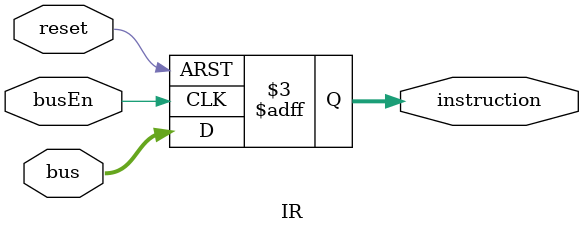
<source format=v>

module IR(bus, busEn, instruction, reset);
	input wire[15:0] bus;
	input wire reset, busEn;
	output reg [15:0] instruction;
	
	always @(posedge busEn or posedge reset)
	begin	
		if(reset == 1)
			instruction <= 16'd0;
		else
			instruction <= bus;
	end
	
endmodule
</source>
